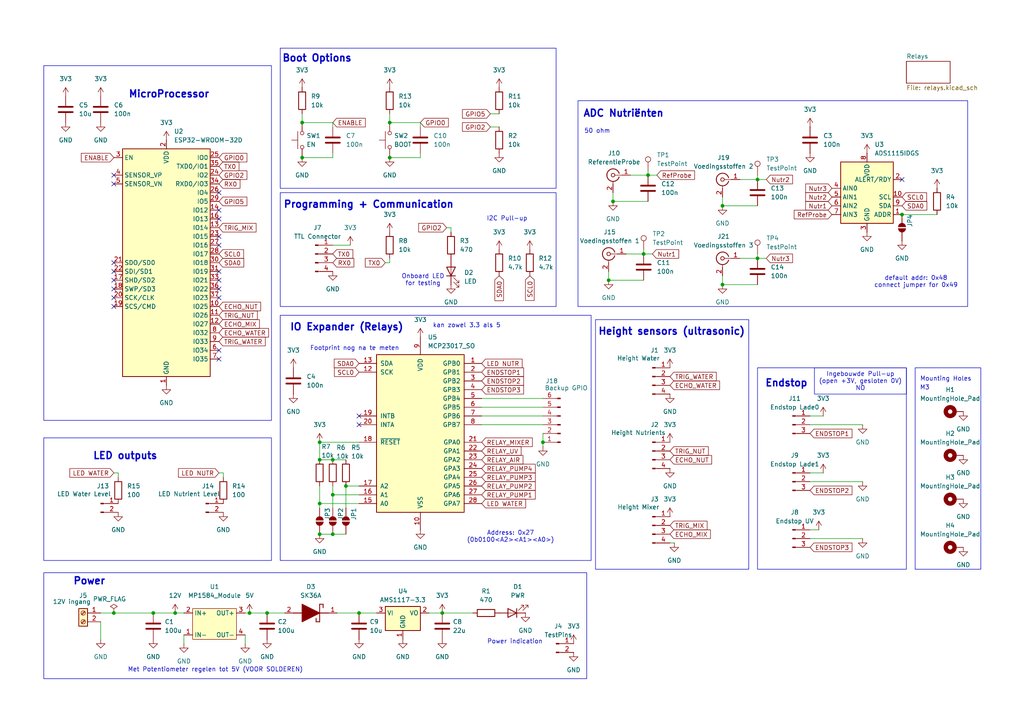
<source format=kicad_sch>
(kicad_sch (version 20250114) (generator "eeschema") (generator_version "9.0")
  (paper "A4")
  (title_block (title "PCB Watersysteem") (date "2025-03-10") (rev "1") (company "KU Leuven") (comment 1 "Kjell Naessens") (comment 2 "Sander Haustraete"))
  (rectangle (start 81.28 55.88) (end 161.29 88.9))
  (rectangle (start 219.71 106.68) (end 262.89 165.1))
  (rectangle (start 12.7 127) (end 78.74 162.56))
  (rectangle (start 172.72 92.71) (end 217.17 165.1))
  (rectangle (start 12.7 166.116) (end 170.18 196.85))
  (rectangle (start 81.28 91.44) (end 171.45 162.56))
  (rectangle (start 81.28 13.97) (end 161.29 54.61))
  (rectangle (start 167.64 29.21) (end 280.67 88.9))
  (rectangle (start 265.43 106.68) (end 284.48 165.1))
  (rectangle (start 12.7 19.05) (end 78.74 121.92))
  (text "Endstop" (at 228.092 111.252 0) (effects (font (size 2.032 2.032) (thickness 0.4064) (bold yes))))
  (text "kan zowel 3.3 als 5" (at 135.382 94.488 0) (effects (font (size 1.27 1.27))))
  (text "Height sensors (ultrasonic)" (at 194.818 96.266 0) (effects (font (size 2.032 2.032) (thickness 0.4064) (bold yes))))
  (text "Address: 0x27\n(0b0100<A2><A1><A0>)" (at 148.082 155.702 0) (effects (font (size 1.27 1.27))))
  (text "Mounting Holes" (at 274.32 109.982 0) (effects (font (size 1.27 1.27))))
  (text "I2C Pull-up" (at 147.066 63.5 0) (effects (font (size 1.27 1.27))))
  (text "default addr: 0x48\nconnect jumper for 0x49" (at 265.684 81.788 0) (effects (font (size 1.27 1.27))))
  (text "Boot Options" (at 91.948 17.018 0) (effects (font (size 2.032 2.032) (thickness 0.4064) (bold yes))))
  (text "ADC Nutriënten" (at 180.848 33.02 0) (effects (font (size 2.032 2.032) (thickness 0.4064) (bold yes))))
  (text "M3" (at 268.224 112.522 0) (effects (font (size 1.27 1.27))))
  (text "MicroProcessor" (at 49.022 27.432 0) (effects (font (size 2.032 2.032) (thickness 0.4064) (bold yes))))
  (text "50 ohm" (at 173.228 38.1 0) (effects (font (size 1.27 1.27))))
  (text "IO Expander (Relays)" (at 100.584 94.996 0) (effects (font (size 2.032 2.032) (thickness 0.4064) (bold yes))))
  (text "Footprint nog na te meten" (at 102.87 101.092 0) (effects (font (size 1.27 1.27))))
  (text "Onboard LED\nfor testing" (at 122.682 81.28 0) (effects (font (size 1.27 1.27))))
  (text "LED outputs" (at 36.322 132.334 0) (effects (font (size 2.032 2.032) (thickness 0.4064) (bold yes))))
  (text "Power indication" (at 149.352 186.182 0) (effects (font (size 1.27 1.27))))
  (text "Programming + Communication" (at 106.934 59.436 0) (effects (font (size 2.032 2.032) (thickness 0.4064) (bold yes))))
  (text "Met Potentiometer regelen tot 5V (VOOR SOLDEREN)" (at 62.484 194.31 0) (effects (font (size 1.27 1.27))))
  (text "Power" (at 25.908 168.656 0) (effects (font (size 2.032 2.032) (thickness 0.4064) (bold yes))))
  (text_box "Ingebouwde Pull-up \n(open +3V, gesloten 0V)\nNO" (at 236.22 106.68 0) (size 26.67 7.62) (margins 0.9525 0.9525 0.9525 0.9525) (effects (font (size 1.27 1.27)) (justify top)))
  (junction (at 72.39 177.8))
  (junction (at 128.27 177.8))
  (junction (at 209.55 59.69))
  (junction (at 44.45 177.8))
  (junction (at 87.63 35.56))
  (junction (at 92.71 146.05))
  (junction (at 96.52 154.94))
  (junction (at 92.71 133.35))
  (junction (at 104.14 177.8))
  (junction (at 96.52 133.35))
  (junction (at 50.8 177.8))
  (junction (at 186.69 73.66))
  (junction (at 177.8 58.42))
  (junction (at 219.71 74.93))
  (junction (at 261.62 62.23))
  (junction (at 157.48 128.27))
  (junction (at 92.71 154.94))
  (junction (at 77.47 177.8))
  (junction (at 100.33 140.97))
  (junction (at 92.71 128.27))
  (junction (at 176.53 81.28))
  (junction (at 87.63 45.72))
  (junction (at 187.96 50.8))
  (junction (at 96.52 143.51))
  (junction (at 219.71 52.07))
  (junction (at 113.03 35.56))
  (junction (at 33.02 177.8))
  (junction (at 113.03 45.72))
  (junction (at 209.55 82.55))
  (no_connect (at 63.5 60.96))
  (no_connect (at 33.02 81.28))
  (no_connect (at 104.14 123.19))
  (no_connect (at 33.02 83.82))
  (no_connect (at 63.5 78.74))
  (no_connect (at 63.5 81.28))
  (no_connect (at 63.5 83.82))
  (no_connect (at 63.5 55.88))
  (no_connect (at 63.5 68.58))
  (no_connect (at 63.5 71.12))
  (no_connect (at 261.62 52.07))
  (no_connect (at 63.5 63.5))
  (no_connect (at 33.02 86.36))
  (no_connect (at 33.02 88.9))
  (no_connect (at 33.02 53.34))
  (no_connect (at 63.5 101.6))
  (no_connect (at 63.5 104.14))
  (no_connect (at 104.14 120.65))
  (no_connect (at 63.5 86.36))
  (no_connect (at 33.02 78.74))
  (no_connect (at 33.02 50.8))
  (no_connect (at 33.02 76.2))
  (wire (pts (xy 209.55 59.69) (xy 219.71 59.69)))
  (wire (pts (xy 219.71 73.66) (xy 219.71 74.93)))
  (wire (pts (xy 96.52 71.12) (xy 101.6 71.12)))
  (wire (pts (xy 96.52 45.72) (xy 87.63 45.72)))
  (wire (pts (xy 234.95 137.16) (xy 238.76 137.16)))
  (wire (pts (xy 157.48 128.27) (xy 157.48 129.54)))
  (wire (pts (xy 104.14 177.8) (xy 109.22 177.8)))
  (wire (pts (xy 234.95 120.65) (xy 238.76 120.65)))
  (wire (pts (xy 82.55 177.8) (xy 77.47 177.8)))
  (wire (pts (xy 29.21 180.34) (xy 29.21 185.42)))
  (wire (pts (xy 177.8 58.42) (xy 177.8 55.88)))
  (wire (pts (xy 209.55 80.01) (xy 209.55 82.55)))
  (wire (pts (xy 209.55 57.15) (xy 209.55 59.69)))
  (wire (pts (xy 33.02 177.8) (xy 29.21 177.8)))
  (wire (pts (xy 194.31 157.48) (xy 195.58 157.48)))
  (wire (pts (xy 63.5 137.16) (xy 64.77 137.16)))
  (wire (pts (xy 139.7 115.57) (xy 157.48 115.57)))
  (wire (pts (xy 234.95 139.7) (xy 250.19 139.7)))
  (wire (pts (xy 96.52 143.51) (xy 104.14 143.51)))
  (wire (pts (xy 87.63 35.56) (xy 87.63 33.02)))
  (wire (pts (xy 142.24 36.83) (xy 144.78 36.83)))
  (wire (pts (xy 97.79 177.8) (xy 104.14 177.8)))
  (wire (pts (xy 261.62 62.23) (xy 271.78 62.23)))
  (wire (pts (xy 234.95 153.67) (xy 237.49 153.67)))
  (wire (pts (xy 96.52 44.45) (xy 96.52 45.72)))
  (wire (pts (xy 142.24 33.02) (xy 144.78 33.02)))
  (wire (pts (xy 209.55 82.55) (xy 219.71 82.55)))
  (wire (pts (xy 181.61 73.66) (xy 186.69 73.66)))
  (wire (pts (xy 96.52 154.94) (xy 100.33 154.94)))
  (wire (pts (xy 139.7 123.19) (xy 157.48 123.19)))
  (wire (pts (xy 214.63 74.93) (xy 219.71 74.93)))
  (wire (pts (xy 176.53 78.74) (xy 176.53 81.28)))
  (wire (pts (xy 234.95 156.21) (xy 250.19 156.21)))
  (wire (pts (xy 214.63 52.07) (xy 219.71 52.07)))
  (wire (pts (xy 53.34 184.15) (xy 53.34 186.69)))
  (wire (pts (xy 96.52 143.51) (xy 96.52 147.32)))
  (wire (pts (xy 124.46 177.8) (xy 128.27 177.8)))
  (wire (pts (xy 92.71 128.27) (xy 92.71 133.35)))
  (wire (pts (xy 219.71 50.8) (xy 219.71 52.07)))
  (wire (pts (xy 182.88 50.8) (xy 187.96 50.8)))
  (wire (pts (xy 34.29 137.16) (xy 34.29 138.43)))
  (wire (pts (xy 64.77 137.16) (xy 64.77 138.43)))
  (wire (pts (xy 113.03 35.56) (xy 113.03 33.02)))
  (wire (pts (xy 130.81 66.04) (xy 129.54 66.04)))
  (wire (pts (xy 44.45 177.8) (xy 50.8 177.8)))
  (wire (pts (xy 128.27 177.8) (xy 137.16 177.8)))
  (wire (pts (xy 139.7 118.11) (xy 157.48 118.11)))
  (wire (pts (xy 187.96 49.53) (xy 187.96 50.8)))
  (wire (pts (xy 234.95 123.19) (xy 250.19 123.19)))
  (wire (pts (xy 121.92 36.83) (xy 121.92 35.56)))
  (wire (pts (xy 100.33 140.97) (xy 104.14 140.97)))
  (wire (pts (xy 92.71 154.94) (xy 96.52 154.94)))
  (wire (pts (xy 139.7 120.65) (xy 157.48 120.65)))
  (wire (pts (xy 219.71 74.93) (xy 222.25 74.93)))
  (wire (pts (xy 130.81 66.04) (xy 130.81 67.31)))
  (wire (pts (xy 186.69 73.66) (xy 189.23 73.66)))
  (wire (pts (xy 100.33 140.97) (xy 100.33 147.32)))
  (wire (pts (xy 121.92 44.45) (xy 121.92 45.72)))
  (wire (pts (xy 111.76 76.2) (xy 113.03 76.2)))
  (wire (pts (xy 219.71 52.07) (xy 222.25 52.07)))
  (wire (pts (xy 92.71 146.05) (xy 92.71 147.32)))
  (wire (pts (xy 177.8 58.42) (xy 187.96 58.42)))
  (wire (pts (xy 113.03 76.2) (xy 113.03 74.93)))
  (wire (pts (xy 92.71 140.97) (xy 92.71 146.05)))
  (wire (pts (xy 96.52 140.97) (xy 96.52 143.51)))
  (wire (pts (xy 157.48 125.73) (xy 157.48 128.27)))
  (wire (pts (xy 121.92 45.72) (xy 113.03 45.72)))
  (wire (pts (xy 33.02 177.8) (xy 44.45 177.8)))
  (wire (pts (xy 33.02 137.16) (xy 34.29 137.16)))
  (wire (pts (xy 92.71 133.35) (xy 96.52 133.35)))
  (wire (pts (xy 71.12 184.15) (xy 71.12 186.69)))
  (wire (pts (xy 92.71 128.27) (xy 104.14 128.27)))
  (wire (pts (xy 176.53 81.28) (xy 186.69 81.28)))
  (wire (pts (xy 92.71 146.05) (xy 104.14 146.05)))
  (wire (pts (xy 96.52 36.83) (xy 96.52 35.56)))
  (wire (pts (xy 96.52 133.35) (xy 100.33 133.35)))
  (wire (pts (xy 50.8 177.8) (xy 53.34 177.8)))
  (wire (pts (xy 187.96 50.8) (xy 190.5 50.8)))
  (wire (pts (xy 121.92 35.56) (xy 113.03 35.56)))
  (wire (pts (xy 96.52 35.56) (xy 87.63 35.56)))
  (wire (pts (xy 71.12 177.8) (xy 72.39 177.8)))
  (wire (pts (xy 72.39 177.8) (xy 77.47 177.8)))
  (wire (pts (xy 186.69 72.39) (xy 186.69 73.66)))
  (global_label "Nutr2" (shape input) (at 241.3 57.15 180) (property "Intersheetrefs" "${INTERSHEET_REFS}" (effects (hide yes))))
  (global_label "Nutr3" (shape input) (at 241.3 54.61 180) (property "Intersheetrefs" "${INTERSHEET_REFS}" (effects (hide yes))))
  (global_label "ECHO_WATER" (shape input) (at 194.31 111.76 0) (property "Intersheetrefs" "${INTERSHEET_REFS}" (effects (hide yes))))
  (global_label "RefProbe" (shape input) (at 241.3 62.23 180) (property "Intersheetrefs" "${INTERSHEET_REFS}" (effects (hide yes))))
  (global_label "RX0" (shape input) (at 63.5 53.34 0) (property "Intersheetrefs" "${INTERSHEET_REFS}" (effects (hide yes))))
  (global_label "RELAY_PUMP3" (shape input) (at 139.7 138.43 0) (property "Intersheetrefs" "${INTERSHEET_REFS}" (effects (hide yes))))
  (global_label "Nutr2" (shape input) (at 222.25 52.07 0) (property "Intersheetrefs" "${INTERSHEET_REFS}" (effects (hide yes))))
  (global_label "SDA0" (shape input) (at 104.14 105.41 180) (property "Intersheetrefs" "${INTERSHEET_REFS}" (effects (hide yes))))
  (global_label "ENABLE" (shape input) (at 33.02 45.72 180) (property "Intersheetrefs" "${INTERSHEET_REFS}" (effects (hide yes))))
  (global_label "SCL0" (shape input) (at 153.67 80.01 270) (property "Intersheetrefs" "${INTERSHEET_REFS}" (effects (hide yes))))
  (global_label "TRIG_NUT" (shape input) (at 194.31 130.81 0) (property "Intersheetrefs" "${INTERSHEET_REFS}" (effects (hide yes))))
  (global_label "ENDSTOP2" (shape input) (at 234.95 142.24 0) (property "Intersheetrefs" "${INTERSHEET_REFS}" (effects (hide yes))))
  (global_label "TRIG_WATER" (shape input) (at 63.5 99.06 0) (property "Intersheetrefs" "${INTERSHEET_REFS}" (effects (hide yes))))
  (global_label "ENDSTOP2" (shape input) (at 139.7 110.49 0) (property "Intersheetrefs" "${INTERSHEET_REFS}" (effects (hide yes))))
  (global_label "SCL0" (shape input) (at 261.62 57.15 0) (property "Intersheetrefs" "${INTERSHEET_REFS}" (effects (hide yes))))
  (global_label "SDA0" (shape input) (at 144.78 80.01 270) (property "Intersheetrefs" "${INTERSHEET_REFS}" (effects (hide yes))))
  (global_label "RELAY_PUMP2" (shape input) (at 139.7 140.97 0) (property "Intersheetrefs" "${INTERSHEET_REFS}" (effects (hide yes))))
  (global_label "ENDSTOP3" (shape input) (at 234.95 158.75 0) (property "Intersheetrefs" "${INTERSHEET_REFS}" (effects (hide yes))))
  (global_label "GPIO2" (shape input) (at 129.54 66.04 180) (property "Intersheetrefs" "${INTERSHEET_REFS}" (effects (hide yes))))
  (global_label "ECHO_MIX" (shape input) (at 63.5 93.98 0) (property "Intersheetrefs" "${INTERSHEET_REFS}" (effects (hide yes))))
  (global_label "GPIO5" (shape input) (at 142.24 33.02 180) (property "Intersheetrefs" "${INTERSHEET_REFS}" (effects (hide yes))))
  (global_label "ENDSTOP1" (shape input) (at 139.7 107.95 0) (property "Intersheetrefs" "${INTERSHEET_REFS}" (effects (hide yes))))
  (global_label "ECHO_MIX" (shape input) (at 194.31 154.94 0) (property "Intersheetrefs" "${INTERSHEET_REFS}" (effects (hide yes))))
  (global_label "GPIO2" (shape input) (at 63.5 50.8 0) (property "Intersheetrefs" "${INTERSHEET_REFS}" (effects (hide yes))))
  (global_label "SDA0" (shape input) (at 261.62 59.69 0) (property "Intersheetrefs" "${INTERSHEET_REFS}" (effects (hide yes))))
  (global_label "GPIO0" (shape input) (at 63.5 45.72 0) (property "Intersheetrefs" "${INTERSHEET_REFS}" (effects (hide yes))))
  (global_label "TRIG_NUT" (shape input) (at 63.5 91.44 0) (property "Intersheetrefs" "${INTERSHEET_REFS}" (effects (hide yes))))
  (global_label "SCL0" (shape input) (at 63.5 73.66 0) (property "Intersheetrefs" "${INTERSHEET_REFS}" (effects (hide yes))))
  (global_label "SCL0" (shape input) (at 104.14 107.95 180) (property "Intersheetrefs" "${INTERSHEET_REFS}" (effects (hide yes))))
  (global_label "LED NUTR" (shape input) (at 139.7 105.41 0) (property "Intersheetrefs" "${INTERSHEET_REFS}" (effects (hide yes))))
  (global_label "RELAY_AIR" (shape input) (at 139.7 133.35 0) (property "Intersheetrefs" "${INTERSHEET_REFS}" (effects (hide yes))))
  (global_label "GPIO0" (shape input) (at 121.92 35.56 0) (property "Intersheetrefs" "${INTERSHEET_REFS}" (effects (hide yes))))
  (global_label "RefProbe" (shape input) (at 190.5 50.8 0) (property "Intersheetrefs" "${INTERSHEET_REFS}" (effects (hide yes))))
  (global_label "RX0" (shape input) (at 96.52 76.2 0) (property "Intersheetrefs" "${INTERSHEET_REFS}" (effects (hide yes))))
  (global_label "RELAY_PUMP1" (shape input) (at 139.7 143.51 0) (property "Intersheetrefs" "${INTERSHEET_REFS}" (effects (hide yes))))
  (global_label "RELAY_UV" (shape input) (at 139.7 130.81 0) (property "Intersheetrefs" "${INTERSHEET_REFS}" (effects (hide yes))))
  (global_label "ECHO_NUT" (shape input) (at 63.5 88.9 0) (property "Intersheetrefs" "${INTERSHEET_REFS}" (effects (hide yes))))
  (global_label "RELAY_MIXER" (shape input) (at 139.7 128.27 0) (property "Intersheetrefs" "${INTERSHEET_REFS}" (effects (hide yes))))
  (global_label "TRIG_MIX" (shape input) (at 63.5 66.04 0) (property "Intersheetrefs" "${INTERSHEET_REFS}" (effects (hide yes))))
  (global_label "GPIO5" (shape input) (at 63.5 58.42 0) (property "Intersheetrefs" "${INTERSHEET_REFS}" (effects (hide yes))))
  (global_label "ENDSTOP3" (shape input) (at 139.7 113.03 0) (property "Intersheetrefs" "${INTERSHEET_REFS}" (effects (hide yes))))
  (global_label "TX0" (shape input) (at 96.52 73.66 0) (property "Intersheetrefs" "${INTERSHEET_REFS}" (effects (hide yes))))
  (global_label "Nutr3" (shape input) (at 222.25 74.93 0) (property "Intersheetrefs" "${INTERSHEET_REFS}" (effects (hide yes))))
  (global_label "TX0" (shape input) (at 63.5 48.26 0) (property "Intersheetrefs" "${INTERSHEET_REFS}" (effects (hide yes))))
  (global_label "TX0" (shape input) (at 111.76 76.2 180) (property "Intersheetrefs" "${INTERSHEET_REFS}" (effects (hide yes))))
  (global_label "ENABLE" (shape input) (at 96.52 35.56 0) (property "Intersheetrefs" "${INTERSHEET_REFS}" (effects (hide yes))))
  (global_label "SDA0" (shape input) (at 63.5 76.2 0) (property "Intersheetrefs" "${INTERSHEET_REFS}" (effects (hide yes))))
  (global_label "ECHO_WATER" (shape input) (at 63.5 96.52 0) (property "Intersheetrefs" "${INTERSHEET_REFS}" (effects (hide yes))))
  (global_label "GPIO2" (shape input) (at 142.24 36.83 180) (property "Intersheetrefs" "${INTERSHEET_REFS}" (effects (hide yes))))
  (global_label "Nutr1" (shape input) (at 241.3 59.69 180) (property "Intersheetrefs" "${INTERSHEET_REFS}" (effects (hide yes))))
  (global_label "LED NUTR" (shape input) (at 63.5 137.16 180) (property "Intersheetrefs" "${INTERSHEET_REFS}" (effects (hide yes))))
  (global_label "TRIG_WATER" (shape input) (at 194.31 109.22 0) (property "Intersheetrefs" "${INTERSHEET_REFS}" (effects (hide yes))))
  (global_label "ECHO_NUT" (shape input) (at 194.31 133.35 0) (property "Intersheetrefs" "${INTERSHEET_REFS}" (effects (hide yes))))
  (global_label "LED WATER" (shape input) (at 139.7 146.05 0) (property "Intersheetrefs" "${INTERSHEET_REFS}" (effects (hide yes))))
  (global_label "LED WATER" (shape input) (at 33.02 137.16 180) (property "Intersheetrefs" "${INTERSHEET_REFS}" (effects (hide yes))))
  (global_label "RELAY_PUMP4" (shape input) (at 139.7 135.89 0) (property "Intersheetrefs" "${INTERSHEET_REFS}" (effects (hide yes))))
  (global_label "Nutr1" (shape input) (at 189.23 73.66 0) (property "Intersheetrefs" "${INTERSHEET_REFS}" (effects (hide yes))))
  (global_label "TRIG_MIX" (shape input) (at 194.31 152.4 0) (property "Intersheetrefs" "${INTERSHEET_REFS}" (effects (hide yes))))
  (global_label "ENDSTOP1" (shape input) (at 234.95 125.73 0) (property "Intersheetrefs" "${INTERSHEET_REFS}" (effects (hide yes))))
  (symbol (lib_id "Device:R") (at 130.81 71.12 0) (unit 1)
    (property "Reference" "R3" (at 133.35 69.8499 0) (effects (justify left)))
    (property "Value" "470" (at 133.35 72.3899 0) (effects (justify left)))
    (property "Footprint" "Resistor_SMD:R_0805_2012Metric_Pad1.20x1.40mm_HandSolder" (effects (hide yes)))
    (property "Description" "Resistor" (effects (hide yes)))
  )
  (symbol (lib_id "Switch:SW_Push") (at 113.03 40.64 90) (mirror x) (unit 1)
    (property "Reference" "SW2" (at 114.3 39.3699 90) (effects (justify right)))
    (property "Value" "BOOT" (at 114.3 41.9099 90) (effects (justify right)))
    (property "Footprint" "SamacSys_Parts:Wurth_Tactile_Switch_SPST-NO_434111043826" (effects (hide yes)))
    (property "Description" "Push button switch, generic, two pins" (effects (hide yes)))
  )
  (symbol (lib_id "power:VCC") (at 113.03 25.4 0) (unit 1)
    (property "Reference" "#PWR020" (effects (hide yes)))
    (property "Value" "3V3" (at 113.03 20.32 0))
    (property "Description" "Power symbol creates a global label with name \"VCC\"" (effects (hide yes)))
  )
  (symbol (lib_id "power:GND") (at 19.05 35.56 0) (unit 1)
    (property "Reference" "#PWR016" (effects (hide yes)))
    (property "Value" "GND" (at 19.05 40.64 0))
    (property "Description" "Power symbol creates a global label with name \"GND\" , ground" (effects (hide yes)))
  )
  (symbol (lib_id "Device:R") (at 113.03 29.21 180) (unit 1)
    (property "Reference" "R13" (at 115.57 27.9399 0) (effects (justify right)))
    (property "Value" "10k" (at 115.57 30.4799 0) (effects (justify right)))
    (property "Footprint" "Resistor_SMD:R_0805_2012Metric_Pad1.20x1.40mm_HandSolder" (effects (hide yes)))
    (property "Description" "Resistor" (effects (hide yes)))
  )
  (symbol (lib_id "Analog_ADC:ADS1115IDGS") (at 251.46 57.15 0) (unit 1)
    (property "Reference" "U3" (at 253.6541 41.91 0) (effects (justify left)))
    (property "Value" "ADS1115IDGS" (at 253.6541 44.45 0) (effects (justify left)))
    (property "Footprint" "Package_SO:TSSOP-10_3x3mm_P0.5mm" (effects (hide yes)))
    (property "Datasheet" "http://www.ti.com/lit/ds/symlink/ads1113.pdf" (effects (hide yes)))
    (property "Description" "Ultra-Small, Low-Power, I2C-Compatible, 860-SPS, 16-Bit ADCs With Internal Reference, Oscillator, and Programmable Comparator, VSSOP-10" (effects (hide yes)))
  )
  (symbol (lib_id "Connector:TestPoint") (at 219.71 73.66 0) (unit 1)
    (property "Reference" "TP4" (at 222.25 69.0879 0) (effects (justify left)))
    (property "Value" "TestPoint" (at 222.25 71.6279 0) (effects (justify left)))
    (property "Footprint" "TestPoint:TestPoint_Pad_D2.0mm" (effects (hide yes)))
    (property "Description" "test point" (effects (hide yes)))
  )
  (symbol (lib_id "power:GND") (at 144.78 44.45 0) (unit 1)
    (property "Reference" "#PWR022" (effects (hide yes)))
    (property "Value" "GND" (at 144.78 49.53 0))
    (property "Description" "Power symbol creates a global label with name \"GND\" , ground" (effects (hide yes)))
  )
  (symbol (lib_id "power:VCC") (at 101.6 71.12 0) (unit 1)
    (property "Reference" "#PWR028" (effects (hide yes)))
    (property "Value" "3V3" (at 101.6 66.04 0))
    (property "Description" "Power symbol creates a global label with name \"VCC\"" (effects (hide yes)))
  )
  (symbol (lib_id "power:GND") (at 34.29 148.59 0) (unit 1)
    (property "Reference" "#PWR060" (effects (hide yes)))
    (property "Value" "GND" (at 34.29 153.67 0))
    (property "Description" "Power symbol creates a global label with name \"GND\" , ground" (effects (hide yes)))
  )
  (symbol (lib_id "power:GND") (at 44.45 185.42 0) (unit 1)
    (property "Reference" "#PWR04" (effects (hide yes)))
    (property "Value" "GND" (at 44.45 190.5 0))
    (property "Description" "Power symbol creates a global label with name \"GND\" , ground" (effects (hide yes)))
  )
  (symbol (lib_id "power:GND") (at 29.21 185.42 0) (unit 1)
    (property "Reference" "#PWR0101" (effects (hide yes)))
    (property "Value" "GND" (at 29.21 190.5 0))
    (property "Description" "Power symbol creates a global label with name \"GND\" , ground" (effects (hide yes)))
  )
  (symbol (lib_id "power:VCC") (at 85.09 106.68 0) (unit 1)
    (property "Reference" "#PWR089" (effects (hide yes)))
    (property "Value" "3V3" (at 85.09 101.6 0))
    (property "Description" "Power symbol creates a global label with name \"VCC\"" (effects (hide yes)))
  )
  (symbol (lib_id "Device:R") (at 92.71 137.16 0) (unit 1)
    (property "Reference" "R7" (at 93.218 129.54 0) (effects (justify left)))
    (property "Value" "10k" (at 93.218 132.08 0) (effects (justify left)))
    (property "Footprint" "Resistor_SMD:R_0805_2012Metric_Pad1.20x1.40mm_HandSolder" (effects (hide yes)))
    (property "Description" "Resistor" (effects (hide yes)))
  )
  (symbol (lib_id "power:VCC") (at 72.39 177.8 0) (unit 1)
    (property "Reference" "#PWR06" (effects (hide yes)))
    (property "Value" "5V" (at 72.39 172.72 0))
    (property "Description" "Power symbol creates a global label with name \"VCC\"" (effects (hide yes)))
  )
  (symbol (lib_id "power:GND") (at 250.19 123.19 0) (unit 1)
    (property "Reference" "#PWR055" (effects (hide yes)))
    (property "Value" "GND" (at 250.19 128.27 0))
    (property "Description" "Power symbol creates a global label with name \"GND\" , ground" (effects (hide yes)))
  )
  (symbol (lib_id "Device:C") (at 104.14 181.61 0) (unit 1)
    (property "Reference" "C9" (at 107.188 180.34 0) (effects (justify left)))
    (property "Value" "10u" (at 107.188 182.88 0) (effects (justify left)))
    (property "Footprint" "Capacitor_SMD:C_0805_2012Metric_Pad1.18x1.45mm_HandSolder" (effects (hide yes)))
    (property "Description" "Unpolarized capacitor" (effects (hide yes)))
  )
  (symbol (lib_id "power:GND") (at 195.58 157.48 0) (unit 1)
    (property "Reference" "#PWR065" (effects (hide yes)))
    (property "Value" "GND" (at 195.58 162.56 0))
    (property "Description" "Power symbol creates a global label with name \"GND\" , ground" (effects (hide yes)))
  )
  (symbol (lib_id "power:GND") (at 251.46 67.31 0) (unit 1)
    (property "Reference" "#PWR045" (effects (hide yes)))
    (property "Value" "GND" (at 251.46 72.39 0))
    (property "Description" "Power symbol creates a global label with name \"GND\" , ground" (effects (hide yes)))
  )
  (symbol (lib_id "Device:C") (at 186.69 77.47 0) (unit 1)
    (property "Reference" "C11" (at 190.5 76.1999 0) (effects (justify left)))
    (property "Value" "100n" (at 190.5 78.7399 0) (effects (justify left)))
    (property "Footprint" "Capacitor_SMD:C_0805_2012Metric_Pad1.18x1.45mm_HandSolder" (effects (hide yes)))
    (property "Description" "Unpolarized capacitor" (effects (hide yes)))
  )
  (symbol (lib_id "Device:LED") (at 148.59 177.8 180) (unit 1)
    (property "Reference" "D1" (at 150.1775 170.18 0))
    (property "Value" "PWR" (at 150.1775 172.72 0))
    (property "Footprint" "LED_SMD:LED_0805_2012Metric_Pad1.15x1.40mm_HandSolder" (effects (hide yes)))
    (property "Description" "Light emitting diode" (effects (hide yes)))
    (property "Sim.Pins" "1=K 2=A" (effects (hide yes)))
  )
  (symbol (lib_id "power:GND") (at 77.47 185.42 0) (unit 1)
    (property "Reference" "#PWR05" (effects (hide yes)))
    (property "Value" "GND" (at 77.47 190.5 0))
    (property "Description" "Power symbol creates a global label with name \"GND\" , ground" (effects (hide yes)))
  )
  (symbol (lib_id "power:PWR_FLAG") (at 33.02 177.8 0) (unit 1)
    (property "Reference" "#FLG02" (effects (hide yes)))
    (property "Value" "PWR_FLAG" (at 31.75 173.736 0))
    (property "Description" "Special symbol for telling ERC where power comes from" (effects (hide yes)))
  )
  (symbol (lib_id "Device:R") (at 96.52 137.16 0) (unit 1)
    (property "Reference" "R6" (at 97.536 129.794 0) (effects (justify left)))
    (property "Value" "10k" (at 97.536 132.334 0) (effects (justify left)))
    (property "Footprint" "Resistor_SMD:R_0805_2012Metric_Pad1.20x1.40mm_HandSolder" (effects (hide yes)))
    (property "Description" "Resistor" (effects (hide yes)))
  )
  (symbol (lib_id "Connector:Conn_01x03_Pin") (at 229.87 156.21 0) (unit 1)
    (property "Reference" "J8" (at 230.505 148.59 0))
    (property "Value" "Endstop UV" (at 230.505 151.13 0))
    (property "Footprint" "Connector_PinHeader_2.54mm:PinHeader_1x03_P2.54mm_Vertical" (effects (hide yes)))
    (property "Description" "Generic connector, single row, 01x03, script generated" (effects (hide yes)))
  )
  (symbol (lib_id "Device:R") (at 144.78 76.2 0) (unit 1)
    (property "Reference" "R10" (at 147.32 74.9299 0) (effects (justify left)))
    (property "Value" "4.7k" (at 147.32 77.4699 0) (effects (justify left)))
    (property "Footprint" "Resistor_SMD:R_0805_2012Metric_Pad1.20x1.40mm_HandSolder" (effects (hide yes)))
    (property "Description" "Resistor" (effects (hide yes)))
  )
  (symbol (lib_id "power:VCC") (at 29.21 27.94 0) (unit 1)
    (property "Reference" "#PWR014" (effects (hide yes)))
    (property "Value" "3V3" (at 29.21 22.86 0))
    (property "Description" "Power symbol creates a global label with name \"VCC\"" (effects (hide yes)))
  )
  (symbol (lib_id "power:GND") (at 250.19 139.7 0) (unit 1)
    (property "Reference" "#PWR057" (effects (hide yes)))
    (property "Value" "GND" (at 250.19 144.78 0))
    (property "Description" "Power symbol creates a global label with name \"GND\" , ground" (effects (hide yes)))
  )
  (symbol (lib_id "power:VCC") (at 87.63 25.4 0) (unit 1)
    (property "Reference" "#PWR018" (effects (hide yes)))
    (property "Value" "3V3" (at 87.63 20.32 0))
    (property "Description" "Power symbol creates a global label with name \"VCC\"" (effects (hide yes)))
  )
  (symbol (lib_id "power:GND") (at 209.55 82.55 0) (unit 1)
    (property "Reference" "#PWR054" (effects (hide yes)))
    (property "Value" "GND" (at 209.55 87.63 0))
    (property "Description" "Power symbol creates a global label with name \"GND\" , ground" (effects (hide yes)))
  )
  (symbol (lib_name "LED_1") (lib_id "Device:LED") (at 130.81 78.74 90) (unit 1)
    (property "Reference" "D2" (at 134.62 79.0574 90) (effects (justify right)))
    (property "Value" "LED" (at 134.62 81.5974 90) (effects (justify right)))
    (property "Footprint" "LED_SMD:LED_0805_2012Metric_Pad1.15x1.40mm_HandSolder" (effects (hide yes)))
    (property "Description" "Light emitting diode" (effects (hide yes)))
    (property "Sim.Pins" "1=K 2=A" (effects (hide yes)))
  )
  (symbol (lib_id "Connector:Conn_01x02_Pin") (at 59.69 146.05 0) (unit 1)
    (property "Reference" "J14" (at 60.325 140.97 0))
    (property "Value" "LED Nutrient Level" (at 54.864 143.256 0))
    (property "Footprint" "Connector_PinHeader_2.54mm:PinHeader_1x02_P2.54mm_Vertical" (effects (hide yes)))
    (property "Description" "Generic connector, single row, 01x02, script generated" (effects (hide yes)))
  )
  (symbol (lib_id "power:VCC") (at 194.31 128.27 0) (unit 1)
    (property "Reference" "#PWR062" (effects (hide yes)))
    (property "Value" "3V3" (at 194.31 123.19 0))
    (property "Description" "Power symbol creates a global label with name \"VCC\"" (effects (hide yes)))
  )
  (symbol (lib_id "power:VCC") (at 238.76 137.16 0) (unit 1)
    (property "Reference" "#PWR056" (effects (hide yes)))
    (property "Value" "3V3" (at 238.76 132.08 0))
    (property "Description" "Power symbol creates a global label with name \"VCC\"" (effects (hide yes)))
  )
  (symbol (lib_id "Connector:Conn_Coaxial") (at 176.53 73.66 0) (mirror y) (unit 1)
    (property "Reference" "J15" (at 176.8474 67.31 0))
    (property "Value" "Voedingsstoffen 1" (at 176.8474 69.85 0))
    (property "Footprint" "Connector_Coaxial:BNC_Amphenol_B6252HB-NPP3G-50_Horizontal" (effects (hide yes)))
    (property "Description" "coaxial connector (BNC, SMA, SMB, SMC, Cinch/RCA, LEMO, ...)" (effects (hide yes)))
  )
  (symbol (lib_id "power:GND") (at 177.8 58.42 0) (unit 1)
    (property "Reference" "#PWR053" (effects (hide yes)))
    (property "Value" "GND" (at 177.8 63.5 0))
    (property "Description" "Power symbol creates a global label with name \"GND\" , ground" (effects (hide yes)))
  )
  (symbol (lib_id "power:VCC") (at 48.26 40.64 0) (unit 1)
    (property "Reference" "#PWR010" (effects (hide yes)))
    (property "Value" "3V3" (at 48.26 35.56 0))
    (property "Description" "Power symbol creates a global label with name \"VCC\"" (effects (hide yes)))
  )
  (symbol (lib_id "Device:R") (at 113.03 71.12 0) (unit 1)
    (property "Reference" "R8" (at 115.57 69.8499 0) (effects (justify left)))
    (property "Value" "10k" (at 115.57 72.3899 0) (effects (justify left)))
    (property "Footprint" "Resistor_SMD:R_0805_2012Metric_Pad1.20x1.40mm_HandSolder" (effects (hide yes)))
    (property "Description" "Resistor" (effects (hide yes)))
  )
  (symbol (lib_id "power:VCC") (at 194.31 149.86 0) (unit 1)
    (property "Reference" "#PWR064" (effects (hide yes)))
    (property "Value" "3V3" (at 194.31 144.78 0))
    (property "Description" "Power symbol creates a global label with name \"VCC\"" (effects (hide yes)))
  )
  (symbol (lib_id "SamacSys_Parts:SK36A") (at 100.33 177.8 180) (unit 1)
    (property "Reference" "D3" (at 90.17 170.18 0))
    (property "Value" "SK36A" (at 90.17 172.72 0))
    (property "Footprint" "SamacSys_Parts:DIOM5226X290N" (effects (hide yes)))
    (property "Datasheet" "https://www.smc-diodes.com/propdf/SK36A%20N0104%20REV.A.pdf" (effects (hide yes)))
    (property "Description" "Schottky Diodes & Rectifiers 3A, 60V, Schottky Rectifier" (effects (hide yes)))
    (property "Height" "2.9" (effects (hide yes)))
    (property "Manufacturer_Name" "Taiwan Semiconductor" (effects (hide yes)))
    (property "Manufacturer_Part_Number" "SK36A" (effects (hide yes)))
    (property "Mouser Part Number" "821-SK36A" (effects (hide yes)))
    (property "Mouser Price/Stock" "https://www.mouser.co.uk/ProductDetail/Taiwan-Semiconductor/SK36A?qs=tHU%2FlV7kTyQlAK6t5q8FnA%3D%3D" (effects (hide yes)))
    (property "Arrow Part Number" "SK36A" (effects (hide yes)))
    (property "Arrow Price/Stock" "https://www.arrow.com/en/products/sk36a/taiwan-semiconductor?utm_currency=USD&region=nac" (effects (hide yes)))
  )
  (symbol (lib_id "power:VCC") (at 50.8 177.8 0) (unit 1)
    (property "Reference" "#PWR01" (effects (hide yes)))
    (property "Value" "12V" (at 50.8 172.72 0))
    (property "Description" "Power symbol creates a global label with name \"VCC\"" (effects (hide yes)))
  )
  (symbol (lib_id "power:VCC") (at 234.95 36.83 0) (unit 1)
    (property "Reference" "#PWR048" (effects (hide yes)))
    (property "Value" "3V3" (at 234.95 31.75 0))
    (property "Description" "Power symbol creates a global label with name \"VCC\"" (effects (hide yes)))
  )
  (symbol (lib_id "power:GND") (at 130.81 82.55 0) (unit 1)
    (property "Reference" "#PWR023" (effects (hide yes)))
    (property "Value" "GND" (at 130.81 87.63 0))
    (property "Description" "Power symbol creates a global label with name \"GND\" , ground" (effects (hide yes)))
  )
  (symbol (lib_id "power:GND") (at 96.52 78.74 0) (unit 1)
    (property "Reference" "#PWR029" (effects (hide yes)))
    (property "Value" "GND" (at 96.52 83.82 0))
    (property "Description" "Power symbol creates a global label with name \"GND\" , ground" (effects (hide yes)))
  )
  (symbol (lib_id "Connector:Conn_01x03_Pin") (at 229.87 139.7 0) (unit 1)
    (property "Reference" "J9" (at 230.505 132.08 0))
    (property "Value" "Endstop Lade1" (at 230.505 134.62 0))
    (property "Footprint" "Connector_PinHeader_2.54mm:PinHeader_1x03_P2.54mm_Vertical" (effects (hide yes)))
    (property "Description" "Generic connector, single row, 01x03, script generated" (effects (hide yes)))
  )
  (symbol (lib_id "Mechanical:MountingHole_Pad") (at 276.86 132.08 90) (unit 1)
    (property "Reference" "H2" (at 275.59 125.73 90))
    (property "Value" "MountingHole_Pad" (at 275.59 128.27 90))
    (property "Footprint" "MountingHole:MountingHole_3.2mm_M3_Pad_TopBottom" (effects (hide yes)))
    (property "Description" "Mounting Hole with connection" (effects (hide yes)))
  )
  (symbol (lib_id "Device:C") (at 219.71 55.88 0) (unit 1)
    (property "Reference" "C13" (at 223.52 54.6099 0) (effects (justify left)))
    (property "Value" "100n" (at 223.52 57.1499 0) (effects (justify left)))
    (property "Footprint" "Capacitor_SMD:C_0805_2012Metric_Pad1.18x1.45mm_HandSolder" (effects (hide yes)))
    (property "Description" "Unpolarized capacitor" (effects (hide yes)))
  )
  (symbol (lib_id "power:GND") (at 176.53 81.28 0) (unit 1)
    (property "Reference" "#PWR076" (effects (hide yes)))
    (property "Value" "GND" (at 176.53 86.36 0))
    (property "Description" "Power symbol creates a global label with name \"GND\" , ground" (effects (hide yes)))
  )
  (symbol (lib_id "Device:R") (at 144.78 40.64 0) (unit 1)
    (property "Reference" "R2" (at 147.32 39.3699 0) (effects (justify left)))
    (property "Value" "10k" (at 147.32 41.9099 0) (effects (justify left)))
    (property "Footprint" "Resistor_SMD:R_0805_2012Metric_Pad1.20x1.40mm_HandSolder" (effects (hide yes)))
    (property "Description" "Resistor" (effects (hide yes)))
  )
  (symbol (lib_id "power:VCC") (at 121.92 97.79 0) (unit 1)
    (property "Reference" "#PWR044" (effects (hide yes)))
    (property "Value" "3V3" (at 121.92 92.71 0))
    (property "Description" "Power symbol creates a global label with name \"VCC\"" (effects (hide yes)))
  )
  (symbol (lib_id "Connector:Conn_01x02_Pin") (at 161.29 186.69 0) (unit 1)
    (property "Reference" "J4" (at 161.925 181.61 0))
    (property "Value" "TestPins" (at 161.925 184.15 0))
    (property "Footprint" "Connector_PinHeader_2.54mm:PinHeader_1x02_P2.54mm_Vertical" (effects (hide yes)))
    (property "Description" "Generic connector, single row, 01x02, script generated" (effects (hide yes)))
  )
  (symbol (lib_id "power:VCC") (at 144.78 25.4 0) (unit 1)
    (property "Reference" "#PWR025" (effects (hide yes)))
    (property "Value" "3V3" (at 144.78 20.32 0))
    (property "Description" "Power symbol creates a global label with name \"VCC\"" (effects (hide yes)))
  )
  (symbol (lib_id "power:GND") (at 128.27 185.42 0) (unit 1)
    (property "Reference" "#PWR09" (effects (hide yes)))
    (property "Value" "GND" (at 128.27 190.5 0))
    (property "Description" "Power symbol creates a global label with name \"GND\" , ground" (effects (hide yes)))
  )
  (symbol (lib_id "Device:R") (at 64.77 142.24 180) (unit 1)
    (property "Reference" "R14" (at 67.31 140.9699 0) (effects (justify right)))
    (property "Value" "100" (at 67.31 143.5099 0) (effects (justify right)))
    (property "Footprint" "Resistor_SMD:R_0805_2012Metric_Pad1.20x1.40mm_HandSolder" (effects (hide yes)))
    (property "Description" "Resistor" (effects (hide yes)))
  )
  (symbol (lib_id "Mechanical:MountingHole_Pad") (at 276.86 144.78 90) (unit 1)
    (property "Reference" "H3" (at 275.59 138.43 90))
    (property "Value" "MountingHole_Pad" (at 275.59 140.97 90))
    (property "Footprint" "MountingHole:MountingHole_3.2mm_M3_Pad_TopBottom" (effects (hide yes)))
    (property "Description" "Mounting Hole with connection" (effects (hide yes)))
  )
  (symbol (lib_id "power:VCC") (at 166.37 186.69 0) (unit 1)
    (property "Reference" "#PWR032" (effects (hide yes)))
    (property "Value" "3V3" (at 166.37 181.61 0))
    (property "Description" "Power symbol creates a global label with name \"VCC\"" (effects (hide yes)))
  )
  (symbol (lib_id "Device:R") (at 34.29 142.24 180) (unit 1)
    (property "Reference" "R15" (at 36.83 140.9699 0) (effects (justify right)))
    (property "Value" "100" (at 36.83 143.5099 0) (effects (justify right)))
    (property "Footprint" "Resistor_SMD:R_0805_2012Metric_Pad1.20x1.40mm_HandSolder" (effects (hide yes)))
    (property "Description" "Resistor" (effects (hide yes)))
  )
  (symbol (lib_id "power:GND") (at 53.34 186.69 0) (unit 1)
    (property "Reference" "#PWR02" (effects (hide yes)))
    (property "Value" "GND" (at 53.34 191.77 0))
    (property "Description" "Power symbol creates a global label with name \"GND\" , ground" (effects (hide yes)))
  )
  (symbol (lib_id "Connector:Conn_01x03_Pin") (at 229.87 123.19 0) (unit 1)
    (property "Reference" "J11" (at 230.505 115.57 0))
    (property "Value" "Endstop Lade0" (at 230.505 118.11 0))
    (property "Footprint" "Connector_PinHeader_2.54mm:PinHeader_1x03_P2.54mm_Vertical" (effects (hide yes)))
    (property "Description" "Generic connector, single row, 01x03, script generated" (effects (hide yes)))
  )
  (symbol (lib_id "power:VCC") (at 194.31 106.68 0) (unit 1)
    (property "Reference" "#PWR036" (effects (hide yes)))
    (property "Value" "3V3" (at 194.31 101.6 0))
    (property "Description" "Power symbol creates a global label with name \"VCC\"" (effects (hide yes)))
  )
  (symbol (lib_id "Connector:Conn_Coaxial") (at 177.8 50.8 0) (mirror y) (unit 1)
    (property "Reference" "J10" (at 178.1174 44.45 0))
    (property "Value" "ReferentieProbe" (at 178.1174 46.99 0))
    (property "Footprint" "Connector_Coaxial:BNC_Amphenol_B6252HB-NPP3G-50_Horizontal" (effects (hide yes)))
    (property "Description" "coaxial connector (BNC, SMA, SMB, SMC, Cinch/RCA, LEMO, ...)" (effects (hide yes)))
  )
  (symbol (lib_id "power:VCC") (at 271.78 54.61 0) (unit 1)
    (property "Reference" "#PWR050" (effects (hide yes)))
    (property "Value" "3V3" (at 271.78 49.53 0))
    (property "Description" "Power symbol creates a global label with name \"VCC\"" (effects (hide yes)))
  )
  (symbol (lib_id "power:VCC") (at 144.78 72.39 0) (unit 1)
    (property "Reference" "#PWR026" (effects (hide yes)))
    (property "Value" "3V3" (at 144.78 67.31 0))
    (property "Description" "Power symbol creates a global label with name \"VCC\"" (effects (hide yes)))
  )
  (symbol (lib_id "power:GND") (at 29.21 35.56 0) (unit 1)
    (property "Reference" "#PWR017" (effects (hide yes)))
    (property "Value" "GND" (at 29.21 40.64 0))
    (property "Description" "Power symbol creates a global label with name \"GND\" , ground" (effects (hide yes)))
  )
  (symbol (lib_id "power:GND") (at 250.19 156.21 0) (unit 1)
    (property "Reference" "#PWR059" (effects (hide yes)))
    (property "Value" "GND" (at 250.19 161.29 0))
    (property "Description" "Power symbol creates a global label with name \"GND\" , ground" (effects (hide yes)))
  )
  (symbol (lib_id "power:GND") (at 116.84 185.42 0) (unit 1)
    (property "Reference" "#PWR08" (effects (hide yes)))
    (property "Value" "GND" (at 116.84 190.5 0))
    (property "Description" "Power symbol creates a global label with name \"GND\" , ground" (effects (hide yes)))
  )
  (symbol (lib_id "Device:C") (at 19.05 31.75 0) (unit 1)
    (property "Reference" "C5" (at 22.86 30.4799 0) (effects (justify left)))
    (property "Value" "10u" (at 22.86 33.0199 0) (effects (justify left)))
    (property "Footprint" "Capacitor_SMD:C_0805_2012Metric_Pad1.18x1.45mm_HandSolder" (effects (hide yes)))
    (property "Description" "Unpolarized capacitor" (effects (hide yes)))
  )
  (symbol (lib_id "Device:R") (at 271.78 58.42 0) (unit 1)
    (property "Reference" "R4" (at 274.32 57.1499 0) (effects (justify left)))
    (property "Value" "10k" (at 274.32 59.6899 0) (effects (justify left)))
    (property "Footprint" "Resistor_SMD:R_0805_2012Metric_Pad1.20x1.40mm_HandSolder" (effects (hide yes)))
    (property "Description" "Resistor" (effects (hide yes)))
  )
  (symbol (lib_id "Interface_Expansion:MCP23017_SO") (at 121.92 125.73 0) (unit 1)
    (property "Reference" "U5" (at 124.0633 97.79 0) (effects (justify left)))
    (property "Value" "MCP23017_SO" (at 124.0633 100.33 0) (effects (justify left)))
    (property "Footprint" "Package_SO:SOIC-28W_7.5x17.9mm_P1.27mm" (effects (hide yes)))
    (property "Datasheet" "https://ww1.microchip.com/downloads/aemDocuments/documents/APID/ProductDocuments/DataSheets/MCP23017-Data-Sheet-DS20001952.pdf" (effects (hide yes)))
    (property "Description" "16-bit I/O expander, I2C, interrupts, w pull-ups, GPA/B7 output only (https://microchip.my.site.com/s/article/GPA7---GPB7-Cannot-Be-Used-as-Inputs-In-MCP23017),  SOIC-28" (effects (hide yes)))
  )
  (symbol (lib_id "Connector:Conn_01x02_Pin") (at 29.21 146.05 0) (unit 1)
    (property "Reference" "J13" (at 29.845 140.97 0))
    (property "Value" "LED Water Level" (at 24.384 143.256 0))
    (property "Footprint" "Connector_PinHeader_2.54mm:PinHeader_1x02_P2.54mm_Vertical" (effects (hide yes)))
    (property "Description" "Generic connector, single row, 01x02, script generated" (effects (hide yes)))
  )
  (symbol (lib_id "Connector:Conn_Coaxial") (at 209.55 74.93 0) (mirror y) (unit 1)
    (property "Reference" "J21" (at 209.8674 68.58 0))
    (property "Value" "Voedingsstoffen 3" (at 209.8674 71.12 0))
    (property "Footprint" "Connector_Coaxial:BNC_Amphenol_B6252HB-NPP3G-50_Horizontal" (effects (hide yes)))
    (property "Description" "coaxial connector (BNC, SMA, SMB, SMC, Cinch/RCA, LEMO, ...)" (effects (hide yes)))
  )
  (symbol (lib_id "Connector:Conn_Coaxial") (at 209.55 52.07 0) (mirror y) (unit 1)
    (property "Reference" "J19" (at 209.8674 45.72 0))
    (property "Value" "Voedingsstoffen 2" (at 209.8674 48.26 0))
    (property "Footprint" "Connector_Coaxial:BNC_Amphenol_B6252HB-NPP3G-50_Horizontal" (effects (hide yes)))
    (property "Description" "coaxial connector (BNC, SMA, SMB, SMC, Cinch/RCA, LEMO, ...)" (effects (hide yes)))
  )
  (symbol (lib_id "power:VCC") (at 128.27 177.8 0) (unit 1)
    (property "Reference" "#PWR012" (effects (hide yes)))
    (property "Value" "3V3" (at 128.27 172.72 0))
    (property "Description" "Power symbol creates a global label with name \"VCC\"" (effects (hide yes)))
  )
  (symbol (lib_id "Device:R") (at 153.67 76.2 0) (unit 1)
    (property "Reference" "R12" (at 156.21 74.9299 0) (effects (justify left)))
    (property "Value" "4.7k" (at 156.21 77.4699 0) (effects (justify left)))
    (property "Footprint" "Resistor_SMD:R_0805_2012Metric_Pad1.20x1.40mm_HandSolder" (effects (hide yes)))
    (property "Description" "Resistor" (effects (hide yes)))
  )
  (symbol (lib_id "Connector:Conn_01x04_Pin") (at 189.23 130.81 0) (unit 1)
    (property "Reference" "J2" (at 189.865 123.19 0))
    (property "Value" "Height Nutrients" (at 185.166 125.476 0))
    (property "Footprint" "Connector_PinHeader_2.54mm:PinHeader_1x04_P2.54mm_Vertical" (effects (hide yes)))
    (property "Description" "Generic connector, single row, 01x04, script generated" (effects (hide yes)))
  )
  (symbol (lib_id "power:VCC") (at 153.67 72.39 0) (unit 1)
    (property "Reference" "#PWR027" (effects (hide yes)))
    (property "Value" "3V3" (at 153.67 67.31 0))
    (property "Description" "Power symbol creates a global label with name \"VCC\"" (effects (hide yes)))
  )
  (symbol (lib_id "Switch:SW_Push") (at 87.63 40.64 90) (mirror x) (unit 1)
    (property "Reference" "SW1" (at 88.9 39.3699 90) (effects (justify right)))
    (property "Value" "EN" (at 88.9 41.9099 90) (effects (justify right)))
    (property "Footprint" "SamacSys_Parts:Wurth_Tactile_Switch_SPST-NO_434111043826" (effects (hide yes)))
    (property "Description" "Push button switch, generic, two pins" (effects (hide yes)))
  )
  (symbol (lib_id "power:GND") (at 71.12 186.69 0) (unit 1)
    (property "Reference" "#PWR03" (effects (hide yes)))
    (property "Value" "GND" (at 71.12 191.77 0))
    (property "Description" "Power symbol creates a global label with name \"GND\" , ground" (effects (hide yes)))
  )
  (symbol (lib_id "Device:C") (at 219.71 78.74 0) (unit 1)
    (property "Reference" "C14" (at 223.52 77.4699 0) (effects (justify left)))
    (property "Value" "100n" (at 223.52 80.0099 0) (effects (justify left)))
    (property "Footprint" "Capacitor_SMD:C_0805_2012Metric_Pad1.18x1.45mm_HandSolder" (effects (hide yes)))
    (property "Description" "Unpolarized capacitor" (effects (hide yes)))
  )
  (symbol (lib_id "Device:C") (at 187.96 54.61 0) (unit 1)
    (property "Reference" "C12" (at 191.77 53.3399 0) (effects (justify left)))
    (property "Value" "100n" (at 191.77 55.8799 0) (effects (justify left)))
    (property "Footprint" "Capacitor_SMD:C_0805_2012Metric_Pad1.18x1.45mm_HandSolder" (effects (hide yes)))
    (property "Description" "Unpolarized capacitor" (effects (hide yes)))
  )
  (symbol (lib_id "power:GND") (at 85.09 114.3 0) (unit 1)
    (property "Reference" "#PWR088" (effects (hide yes)))
    (property "Value" "GND" (at 85.09 119.38 0))
    (property "Description" "Power symbol creates a global label with name \"GND\" , ground" (effects (hide yes)))
  )
  (symbol (lib_id "power:GND") (at 92.71 154.94 0) (unit 1)
    (property "Reference" "#PWR087" (effects (hide yes)))
    (property "Value" "GND" (at 92.71 160.02 0))
    (property "Description" "Power symbol creates a global label with name \"GND\" , ground" (effects (hide yes)))
  )
  (symbol (lib_id "Mechanical:MountingHole_Pad") (at 276.86 158.75 90) (unit 1)
    (property "Reference" "H4" (at 275.59 152.4 90))
    (property "Value" "MountingHole_Pad" (at 275.59 154.94 90))
    (property "Footprint" "MountingHole:MountingHole_3.2mm_M3_Pad_TopBottom" (effects (hide yes)))
    (property "Description" "Mounting Hole with connection" (effects (hide yes)))
  )
  (symbol (lib_id "Connector:TestPoint") (at 186.69 72.39 0) (unit 1)
    (property "Reference" "TP2" (at 189.23 67.8179 0) (effects (justify left)))
    (property "Value" "TestPoint" (at 189.23 70.3579 0) (effects (justify left)))
    (property "Footprint" "TestPoint:TestPoint_Pad_D2.0mm" (effects (hide yes)))
    (property "Description" "test point" (effects (hide yes)))
  )
  (symbol (lib_id "Connector:Conn_01x04_Pin") (at 189.23 152.4 0) (unit 1)
    (property "Reference" "J3" (at 189.865 144.78 0))
    (property "Value" "Height Mixer" (at 185.166 147.066 0))
    (property "Footprint" "Connector_PinHeader_2.54mm:PinHeader_1x04_P2.54mm_Vertical" (effects (hide yes)))
    (property "Description" "Generic connector, single row, 01x04, script generated" (effects (hide yes)))
  )
  (symbol (lib_id "Device:C") (at 234.95 40.64 0) (unit 1)
    (property "Reference" "C3" (at 238.76 39.3699 0) (effects (justify left)))
    (property "Value" "100n" (at 238.76 41.9099 0) (effects (justify left)))
    (property "Footprint" "Capacitor_SMD:C_0805_2012Metric_Pad1.18x1.45mm_HandSolder" (effects (hide yes)))
    (property "Description" "Unpolarized capacitor" (effects (hide yes)))
  )
  (symbol (lib_id "power:GND") (at 279.4 144.78 0) (unit 1)
    (property "Reference" "#PWR092" (effects (hide yes)))
    (property "Value" "GND" (at 279.4 149.86 0))
    (property "Description" "Power symbol creates a global label with name \"GND\" , ground" (effects (hide yes)))
  )
  (symbol (lib_id "power:GND") (at 166.37 189.23 0) (unit 1)
    (property "Reference" "#PWR091" (effects (hide yes)))
    (property "Value" "GND" (at 166.37 194.31 0))
    (property "Description" "Power symbol creates a global label with name \"GND\" , ground" (effects (hide yes)))
  )
  (symbol (lib_id "power:GND") (at 279.4 132.08 0) (unit 1)
    (property "Reference" "#PWR031" (effects (hide yes)))
    (property "Value" "GND" (at 279.4 137.16 0))
    (property "Description" "Power symbol creates a global label with name \"GND\" , ground" (effects (hide yes)))
  )
  (symbol (lib_id "power:GND") (at 157.48 129.54 0) (unit 1)
    (property "Reference" "#PWR090" (effects (hide yes)))
    (property "Value" "GND" (at 157.48 134.62 0))
    (property "Description" "Power symbol creates a global label with name \"GND\" , ground" (effects (hide yes)))
  )
  (symbol (lib_id "power:GND") (at 48.26 111.76 0) (unit 1)
    (property "Reference" "#PWR015" (effects (hide yes)))
    (property "Value" "GND" (at 48.26 116.84 0))
    (property "Description" "Power symbol creates a global label with name \"GND\" , ground" (effects (hide yes)))
  )
  (symbol (lib_id "power:GND") (at 64.77 148.59 0) (unit 1)
    (property "Reference" "#PWR061" (effects (hide yes)))
    (property "Value" "GND" (at 64.77 153.67 0))
    (property "Description" "Power symbol creates a global label with name \"GND\" , ground" (effects (hide yes)))
  )
  (symbol (lib_id "power:VCC") (at 113.03 67.31 0) (unit 1)
    (property "Reference" "#PWR024" (effects (hide yes)))
    (property "Value" "3V3" (at 113.03 62.23 0))
    (property "Description" "Power symbol creates a global label with name \"VCC\"" (effects (hide yes)))
  )
  (symbol (lib_id "Device:R") (at 87.63 29.21 180) (unit 1)
    (property "Reference" "R9" (at 90.17 27.9399 0) (effects (justify right)))
    (property "Value" "10k" (at 90.17 30.4799 0) (effects (justify right)))
    (property "Footprint" "Resistor_SMD:R_0805_2012Metric_Pad1.20x1.40mm_HandSolder" (effects (hide yes)))
    (property "Description" "Resistor" (effects (hide yes)))
  )
  (symbol (lib_id "power:VCC") (at 251.46 44.45 0) (unit 1)
    (property "Reference" "#PWR047" (effects (hide yes)))
    (property "Value" "3V3" (at 251.46 39.37 0))
    (property "Description" "Power symbol creates a global label with name \"VCC\"" (effects (hide yes)))
  )
  (symbol (lib_id "power:GND") (at 194.31 114.3 0) (unit 1)
    (property "Reference" "#PWR034" (effects (hide yes)))
    (property "Value" "GND" (at 194.31 119.38 0))
    (property "Description" "Power symbol creates a global label with name \"GND\" , ground" (effects (hide yes)))
  )
  (symbol (lib_id "Jumper:SolderJumper_2_Open") (at 100.33 151.13 90) (unit 1)
    (property "Reference" "JP1" (at 102.616 149.098 0))
    (property "Value" "SolderJumper_2_Open" (effects (hide yes)))
    (property "Footprint" "Jumper:SolderJumper-2_P1.3mm_Open_RoundedPad1.0x1.5mm" (effects (hide yes)))
    (property "Description" "Solder Jumper, 2-pole, open" (effects (hide yes)))
  )
  (symbol (lib_id "Device:C") (at 128.27 181.61 0) (unit 1)
    (property "Reference" "C8" (at 131.318 180.34 0) (effects (justify left)))
    (property "Value" "22u" (at 131.318 182.88 0) (effects (justify left)))
    (property "Footprint" "Capacitor_Tantalum_SMD:CP_EIA-3528-12_Kemet-T_Pad1.50x2.35mm_HandSolder" (effects (hide yes)))
    (property "Description" "Unpolarized capacitor" (effects (hide yes)))
  )
  (symbol (lib_id "power:VCC") (at 19.05 27.94 0) (unit 1)
    (property "Reference" "#PWR013" (effects (hide yes)))
    (property "Value" "3V3" (at 19.05 22.86 0))
    (property "Description" "Power symbol creates a global label with name \"VCC\"" (effects (hide yes)))
  )
  (symbol (lib_id "power:VCC") (at 92.71 128.27 0) (unit 1)
    (property "Reference" "#PWR067" (effects (hide yes)))
    (property "Value" "3V3" (at 92.71 123.19 0))
    (property "Description" "Power symbol creates a global label with name \"VCC\"" (effects (hide yes)))
  )
  (symbol (lib_id "Connector:TestPoint") (at 187.96 49.53 0) (unit 1)
    (property "Reference" "TP1" (at 190.5 44.9579 0) (effects (justify left)))
    (property "Value" "TestPoint" (at 190.5 47.4979 0) (effects (justify left)))
    (property "Footprint" "TestPoint:TestPoint_Pad_D2.0mm" (effects (hide yes)))
    (property "Description" "test point" (effects (hide yes)))
  )
  (symbol (lib_id "power:GND") (at 104.14 185.42 0) (unit 1)
    (property "Reference" "#PWR07" (effects (hide yes)))
    (property "Value" "GND" (at 104.14 190.5 0))
    (property "Description" "Power symbol creates a global label with name \"GND\" , ground" (effects (hide yes)))
  )
  (symbol (lib_id "power:GND") (at 121.92 153.67 0) (unit 1)
    (property "Reference" "#PWR051" (effects (hide yes)))
    (property "Value" "GND" (at 121.92 158.75 0))
    (property "Description" "Power symbol creates a global label with name \"GND\" , ground" (effects (hide yes)))
  )
  (symbol (lib_id "Watersysteem_Library:MP1584_Module") (at 62.23 180.34 0) (unit 1)
    (property "Reference" "U1" (at 62.23 170.18 0))
    (property "Value" "MP1584_Module" (at 62.23 172.72 0))
    (property "Footprint" "Watersysteem_Footprints_Library:MP1584_Module" (effects (hide yes)))
  )
  (symbol (lib_id "Device:C") (at 85.09 110.49 0) (unit 1)
    (property "Reference" "C4" (at 88.9 109.2199 0) (effects (justify left)))
    (property "Value" "100n" (at 88.9 111.7599 0) (effects (justify left)))
    (property "Footprint" "Capacitor_SMD:C_0805_2012Metric_Pad1.18x1.45mm_HandSolder" (effects (hide yes)))
    (property "Description" "Unpolarized capacitor" (effects (hide yes)))
  )
  (symbol (lib_id "Mechanical:MountingHole_Pad") (at 276.86 119.38 90) (unit 1)
    (property "Reference" "H1" (at 275.59 113.03 90))
    (property "Value" "MountingHole_Pad" (at 275.59 115.57 90))
    (property "Footprint" "MountingHole:MountingHole_3.2mm_M3_Pad_TopBottom" (effects (hide yes)))
    (property "Description" "Mounting Hole with connection" (effects (hide yes)))
  )
  (symbol (lib_id "Jumper:SolderJumper_2_Open") (at 96.52 151.13 90) (unit 1)
    (property "Reference" "JP2" (at 98.806 149.098 0))
    (property "Value" "SolderJumper_2_Open" (effects (hide yes)))
    (property "Footprint" "Jumper:SolderJumper-2_P1.3mm_Open_RoundedPad1.0x1.5mm" (effects (hide yes)))
    (property "Description" "Solder Jumper, 2-pole, open" (effects (hide yes)))
  )
  (symbol (lib_id "Connector:Conn_01x06_Pin") (at 162.56 123.19 180) (unit 1)
    (property "Reference" "J18" (at 158.242 110.49 0) (effects (justify right)))
    (property "Value" "Backup GPIO" (at 157.988 112.522 0) (effects (justify right)))
    (property "Footprint" "Connector_PinHeader_2.54mm:PinHeader_1x06_P2.54mm_Vertical" (effects (hide yes)))
    (property "Description" "Generic connector, single row, 01x06, script generated" (effects (hide yes)))
  )
  (symbol (lib_id "power:VCC") (at 237.49 153.67 0) (unit 1)
    (property "Reference" "#PWR058" (effects (hide yes)))
    (property "Value" "3V3" (at 237.49 148.59 0))
    (property "Description" "Power symbol creates a global label with name \"VCC\"" (effects (hide yes)))
  )
  (symbol (lib_id "Device:R") (at 100.33 137.16 0) (unit 1)
    (property "Reference" "R5" (at 101.854 129.794 0) (effects (justify left)))
    (property "Value" "10k" (at 101.854 132.334 0) (effects (justify left)))
    (property "Footprint" "Resistor_SMD:R_0805_2012Metric_Pad1.20x1.40mm_HandSolder" (effects (hide yes)))
    (property "Description" "Resistor" (effects (hide yes)))
  )
  (symbol (lib_id "Connector:Conn_01x04_Pin") (at 189.23 109.22 0) (unit 1)
    (property "Reference" "J1" (at 189.865 101.6 0))
    (property "Value" "Height Water" (at 185.166 103.886 0))
    (property "Footprint" "Connector_PinHeader_2.54mm:PinHeader_1x04_P2.54mm_Vertical" (effects (hide yes)))
    (property "Description" "Generic connector, single row, 01x04, script generated" (effects (hide yes)))
  )
  (symbol (lib_id "Device:C") (at 77.47 181.61 0) (unit 1)
    (property "Reference" "C2" (at 80.518 180.34 0) (effects (justify left)))
    (property "Value" "100u" (at 80.518 182.88 0) (effects (justify left)))
    (property "Footprint" "Capacitor_SMD:CP_Elec_6.3x3.9" (effects (hide yes)))
    (property "Description" "Unpolarized capacitor" (effects (hide yes)))
  )
  (symbol (lib_id "power:GND") (at 87.63 45.72 0) (unit 1)
    (property "Reference" "#PWR019" (effects (hide yes)))
    (property "Value" "GND" (at 87.63 50.8 0))
    (property "Description" "Power symbol creates a global label with name \"GND\" , ground" (effects (hide yes)))
  )
  (symbol (lib_id "power:GND") (at 279.4 119.38 0) (unit 1)
    (property "Reference" "#PWR030" (effects (hide yes)))
    (property "Value" "GND" (at 279.4 124.46 0))
    (property "Description" "Power symbol creates a global label with name \"GND\" , ground" (effects (hide yes)))
  )
  (symbol (lib_id "power:GND") (at 209.55 59.69 0) (unit 1)
    (property "Reference" "#PWR052" (effects (hide yes)))
    (property "Value" "GND" (at 209.55 64.77 0))
    (property "Description" "Power symbol creates a global label with name \"GND\" , ground" (effects (hide yes)))
  )
  (symbol (lib_id "Device:R") (at 144.78 29.21 0) (unit 1)
    (property "Reference" "R11" (at 147.32 27.9399 0) (effects (justify left)))
    (property "Value" "10k" (at 147.32 30.4799 0) (effects (justify left)))
    (property "Footprint" "Resistor_SMD:R_0805_2012Metric_Pad1.20x1.40mm_HandSolder" (effects (hide yes)))
    (property "Description" "Resistor" (effects (hide yes)))
  )
  (symbol (lib_id "Device:C") (at 44.45 181.61 0) (unit 1)
    (property "Reference" "C1" (at 47.752 180.34 0) (effects (justify left)))
    (property "Value" "100u" (at 47.752 182.88 0) (effects (justify left)))
    (property "Footprint" "Capacitor_SMD:CP_Elec_6.3x3.9" (effects (hide yes)))
    (property "Description" "Unpolarized capacitor" (effects (hide yes)))
  )
  (symbol (lib_id "Device:R") (at 140.97 177.8 90) (unit 1)
    (property "Reference" "R1" (at 140.97 171.45 90))
    (property "Value" "470" (at 140.97 173.99 90))
    (property "Footprint" "Resistor_SMD:R_0805_2012Metric_Pad1.20x1.40mm_HandSolder" (effects (hide yes)))
    (property "Description" "Resistor" (effects (hide yes)))
  )
  (symbol (lib_id "Jumper:SolderJumper_2_Open") (at 92.71 151.13 90) (unit 1)
    (property "Reference" "JP3" (at 94.996 149.098 0))
    (property "Value" "SolderJumper_2_Open" (effects (hide yes)))
    (property "Footprint" "Jumper:SolderJumper-2_P1.3mm_Open_RoundedPad1.0x1.5mm" (effects (hide yes)))
    (property "Description" "Solder Jumper, 2-pole, open" (effects (hide yes)))
  )
  (symbol (lib_id "power:GND") (at 194.31 135.89 0) (unit 1)
    (property "Reference" "#PWR063" (effects (hide yes)))
    (property "Value" "GND" (at 194.31 140.97 0))
    (property "Description" "Power symbol creates a global label with name \"GND\" , ground" (effects (hide yes)))
  )
  (symbol (lib_id "Device:C") (at 96.52 40.64 0) (unit 1)
    (property "Reference" "C7" (at 100.33 39.3699 0) (effects (justify left)))
    (property "Value" "100n" (at 100.33 41.9099 0) (effects (justify left)))
    (property "Footprint" "Capacitor_SMD:C_0805_2012Metric_Pad1.18x1.45mm_HandSolder" (effects (hide yes)))
    (property "Description" "Unpolarized capacitor" (effects (hide yes)))
  )
  (symbol (lib_id "Device:C") (at 121.92 40.64 0) (unit 1)
    (property "Reference" "C10" (at 125.73 39.3699 0) (effects (justify left)))
    (property "Value" "100n" (at 125.73 41.9099 0) (effects (justify left)))
    (property "Footprint" "Capacitor_SMD:C_0805_2012Metric_Pad1.18x1.45mm_HandSolder" (effects (hide yes)))
    (property "Description" "Unpolarized capacitor" (effects (hide yes)))
  )
  (symbol (lib_id "Connector:TestPoint") (at 219.71 50.8 0) (unit 1)
    (property "Reference" "TP3" (at 222.25 46.2279 0) (effects (justify left)))
    (property "Value" "TestPoint" (at 222.25 48.7679 0) (effects (justify left)))
    (property "Footprint" "TestPoint:TestPoint_Pad_D2.0mm" (effects (hide yes)))
    (property "Description" "test point" (effects (hide yes)))
  )
  (symbol (lib_id "Jumper:SolderJumper_2_Open") (at 261.62 66.04 90) (unit 1)
    (property "Reference" "JP4" (at 263.906 64.008 0))
    (property "Value" "SolderJumper_2_Open" (effects (hide yes)))
    (property "Footprint" "Jumper:SolderJumper-2_P1.3mm_Open_RoundedPad1.0x1.5mm" (effects (hide yes)))
    (property "Description" "Solder Jumper, 2-pole, open" (effects (hide yes)))
  )
  (symbol (lib_id "Connector:Conn_01x04_Pin") (at 91.44 73.66 0) (unit 1)
    (property "Reference" "J7" (at 92.075 66.04 0))
    (property "Value" "TTL Connector" (at 92.075 68.58 0))
    (property "Footprint" "Connector_PinHeader_2.54mm:PinHeader_1x04_P2.54mm_Vertical" (effects (hide yes)))
    (property "Description" "Generic connector, single row, 01x04, script generated" (effects (hide yes)))
  )
  (symbol (lib_id "power:GND") (at 279.4 158.75 0) (unit 1)
    (property "Reference" "#PWR033" (effects (hide yes)))
    (property "Value" "GND" (at 279.4 163.83 0))
    (property "Description" "Power symbol creates a global label with name \"GND\" , ground" (effects (hide yes)))
  )
  (symbol (lib_id "Device:C") (at 29.21 31.75 0) (unit 1)
    (property "Reference" "C6" (at 33.02 30.4799 0) (effects (justify left)))
    (property "Value" "100n" (at 33.02 33.0199 0) (effects (justify left)))
    (property "Footprint" "Capacitor_SMD:C_0805_2012Metric_Pad1.18x1.45mm_HandSolder" (effects (hide yes)))
    (property "Description" "Unpolarized capacitor" (effects (hide yes)))
  )
  (symbol (lib_id "RF_Module:ESP32-WROOM-32D") (at 48.26 76.2 0) (unit 1)
    (property "Reference" "U2" (at 50.4541 38.1 0) (effects (justify left)))
    (property "Value" "ESP32-WROOM-32D" (at 50.4541 40.64 0) (effects (justify left)))
    (property "Footprint" "RF_Module:ESP32-WROOM-32D" (effects (hide yes)))
    (property "Datasheet" "https://www.espressif.com/sites/default/files/documentation/esp32-wroom-32d_esp32-wroom-32u_datasheet_en.pdf" (effects (hide yes)))
    (property "Description" "RF Module, ESP32-D0WD SoC, Wi-Fi 802.11b/g/n, Bluetooth, BLE, 32-bit, 2.7-3.6V, onboard antenna, SMD" (effects (hide yes)))
  )
  (symbol (lib_id "power:GND") (at 261.62 69.85 0) (unit 1)
    (property "Reference" "#PWR049" (effects (hide yes)))
    (property "Value" "GND" (at 261.62 74.93 0))
    (property "Description" "Power symbol creates a global label with name \"GND\" , ground" (effects (hide yes)))
  )
  (symbol (lib_id "power:GND") (at 234.95 44.45 0) (unit 1)
    (property "Reference" "#PWR046" (effects (hide yes)))
    (property "Value" "GND" (at 234.95 49.53 0))
    (property "Description" "Power symbol creates a global label with name \"GND\" , ground" (effects (hide yes)))
  )
  (symbol (lib_id "power:GND") (at 152.4 177.8 0) (unit 1)
    (property "Reference" "#PWR011" (effects (hide yes)))
    (property "Value" "GND" (at 152.4 182.88 0))
    (property "Description" "Power symbol creates a global label with name \"GND\" , ground" (effects (hide yes)))
  )
  (symbol (lib_id "Connector:Screw_Terminal_01x02") (at 24.13 177.8 0) (mirror y) (unit 1)
    (property "Reference" "J5" (at 24.13 172.72 0))
    (property "Value" "12V ingang" (at 20.828 174.498 0))
    (property "Footprint" "TerminalBlock_Phoenix:TerminalBlock_Phoenix_PT-1,5-2-5.0-H_1x02_P5.00mm_Horizontal" (effects (hide yes)))
    (property "Description" "Generic screw terminal, single row, 01x02, script generated (kicad-library-utils/schlib/autogen/connector/)" (effects (hide yes)))
  )
  (symbol (lib_id "Regulator_Linear:AMS1117-3.3") (at 116.84 177.8 0) (unit 1)
    (property "Reference" "U4" (at 116.84 171.45 0))
    (property "Value" "AMS1117-3.3" (at 116.84 173.99 0))
    (property "Footprint" "Package_TO_SOT_SMD:SOT-223-3_TabPin2" (effects (hide yes)))
    (property "Datasheet" "http://www.advanced-monolithic.com/pdf/ds1117.pdf" (effects (hide yes)))
    (property "Description" "1A Low Dropout regulator, positive, 3.3V fixed output, SOT-223" (effects (hide yes)))
  )
  (symbol (lib_id "power:GND") (at 113.03 45.72 0) (unit 1)
    (property "Reference" "#PWR021" (effects (hide yes)))
    (property "Value" "GND" (at 113.03 50.8 0))
    (property "Description" "Power symbol creates a global label with name \"GND\" , ground" (effects (hide yes)))
  )
  (symbol (lib_id "power:VCC") (at 238.76 120.65 0) (unit 1)
    (property "Reference" "#PWR077" (effects (hide yes)))
    (property "Value" "3V3" (at 238.76 115.57 0))
    (property "Description" "Power symbol creates a global label with name \"VCC\"" (effects (hide yes)))
  )
  (sheet (at 262.89 17.78) (size 12.7 6.35) (stroke (width 0.1524))
    (property "Sheetname" "Relays" (at 262.89 17.0684 0) (effects (justify left bottom)))
    (property "Sheetfile" "relays.kicad_sch" (at 262.89 24.7146 0) (effects (justify left top)))
  )
)
</source>
